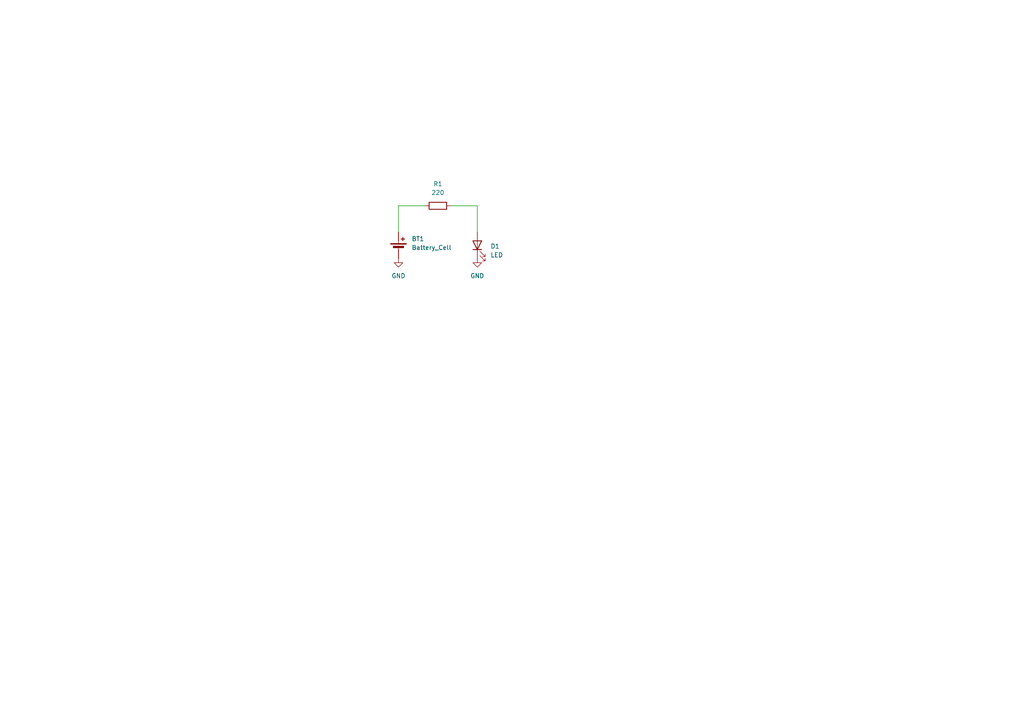
<source format=kicad_sch>
(kicad_sch (version 20250114) (generator "eeschema") (generator_version "9.0")
  (paper "A4")
  (lib_symbols
    (symbol "Device:Battery_Cell" (pin_numbers (hide yes)) (pin_names (offset 0) (hide yes))
      (property "Reference" "BT" (at 2.54 2.54 0))
      (property "Value" "Battery_Cell" (at 2.54 0 0))
      (symbol "Battery_Cell_0_1"
        (rectangle (start -2.286 1.778) (end 2.286 1.524) (fill (type outline)))
        (rectangle (start -1.524 1.016) (end 1.524 0.508) (fill (type outline)))
        (polyline (pts (xy 0 1.778) (xy 0 2.54)))
        (polyline (pts (xy 0 0.762) (xy 0 0)))
        (polyline (pts (xy 0.762 3.048) (xy 1.778 3.048)) (stroke (width 0.254)))
        (polyline (pts (xy 1.27 3.556) (xy 1.27 2.54)) (stroke (width 0.254)))
      )
      (symbol "Battery_Cell_1_1"
        (pin passive line (at 0 5.08 270) (length 2.54) (name "+") (number "1"))
        (pin passive line (at 0 -2.54 90) (length 2.54) (name "-") (number "2"))
      )
    )
    (symbol "Device:LED" (pin_numbers (hide yes)) (pin_names (offset 1.016) (hide yes))
      (property "Reference" "D" (at 0 2.54 0))
      (property "Value" "LED" (at 0 -2.54 0))
      (symbol "LED_0_1"
        (polyline (pts (xy -3.048 -0.762) (xy -4.572 -2.286) (xy -3.81 -2.286) (xy -4.572 -2.286) (xy -4.572 -1.524)))
        (polyline (pts (xy -1.778 -0.762) (xy -3.302 -2.286) (xy -2.54 -2.286) (xy -3.302 -2.286) (xy -3.302 -1.524)))
        (polyline (pts (xy -1.27 0) (xy 1.27 0)))
        (polyline (pts (xy -1.27 -1.27) (xy -1.27 1.27)) (stroke (width 0.254)))
        (polyline (pts (xy 1.27 -1.27) (xy 1.27 1.27) (xy -1.27 0) (xy 1.27 -1.27)) (stroke (width 0.254)))
      )
      (symbol "LED_1_1"
        (pin passive line (at -3.81 0 0) (length 2.54) (name "K") (number "1"))
        (pin passive line (at 3.81 0 180) (length 2.54) (name "A") (number "2"))
      )
    )
    (symbol "Device:R" (pin_numbers (hide yes)) (pin_names (offset 0))
      (property "Reference" "R" (at 2.032 0 90))
      (property "Value" "R" (at 0 0 90))
      (symbol "R_0_1"
        (rectangle (start -1.016 -2.54) (end 1.016 2.54) (stroke (width 0.254)))
      )
      (symbol "R_1_1"
        (pin passive line (at 0 3.81 270) (length 1.27) (name "~") (number "1"))
        (pin passive line (at 0 -3.81 90) (length 1.27) (name "~") (number "2"))
      )
    )
    (symbol "power:GND" (power) (pin_numbers (hide yes)) (pin_names (offset 0) (hide yes))
      (property "Value" "GND" (at 0 -3.81 0))
      (symbol "GND_0_1"
        (polyline (pts (xy 0 0) (xy 0 -1.27) (xy 1.27 -1.27) (xy 0 -2.54) (xy -1.27 -1.27) (xy 0 -1.27)))
      )
      (symbol "GND_1_1"
        (pin power_in line (at 0 0 270) (length 0) (name "~") (number "1"))
      )
    )
  )
  (wire (pts (xy 115.57 59.69) (xy 123.19 59.69)))
  (wire (pts (xy 115.57 67.31) (xy 115.57 59.69)))
  (wire (pts (xy 138.43 59.69) (xy 138.43 67.31)))
  (wire (pts (xy 130.81 59.69) (xy 138.43 59.69)))
  (symbol (lib_id "power:GND") (at 115.57 74.93 0) (unit 1)
    (property "Reference" "#PWR01" (effects (hide yes)))
    (property "Value" "GND" (at 115.57 80.01 0))
    (property "Description" "Power symbol creates a global label with name \"GND\" , ground" (effects (hide yes)))
  )
  (symbol (lib_id "power:GND") (at 138.43 74.93 0) (unit 1)
    (property "Reference" "#PWR02" (effects (hide yes)))
    (property "Value" "GND" (at 138.43 80.01 0))
    (property "Description" "Power symbol creates a global label with name \"GND\" , ground" (effects (hide yes)))
  )
  (symbol (lib_id "Device:Battery_Cell") (at 115.57 72.39 0) (unit 1)
    (property "Reference" "BT1" (at 119.38 69.2784 0) (effects (justify left)))
    (property "Value" "Battery_Cell" (at 119.38 71.8184 0) (effects (justify left)))
    (property "Footprint" "Battery:Battery_Panasonic_CR2032-HFN_Horizontal_CircularHoles" (effects (hide yes)))
    (property "Description" "Single-cell battery" (effects (hide yes)))
  )
  (symbol (lib_id "Device:LED") (at 138.43 71.12 90) (unit 1)
    (property "Reference" "D1" (at 142.24 71.4374 90) (effects (justify right)))
    (property "Value" "LED" (at 142.24 73.9774 90) (effects (justify right)))
    (property "Footprint" "LED_THT:LED_D5.0mm_Horizontal_O1.27mm_Z3.0mm" (effects (hide yes)))
    (property "Description" "Light emitting diode" (effects (hide yes)))
    (property "Sim.Pins" "1=K 2=A" (effects (hide yes)))
  )
  (symbol (lib_id "Device:R") (at 127 59.69 90) (unit 1)
    (property "Reference" "R1" (at 127 53.34 90))
    (property "Value" "220" (at 127 55.88 90))
    (property "Footprint" "Resistor_THT:R_Axial_DIN0309_L9.0mm_D3.2mm_P12.70mm_Horizontal" (effects (hide yes)))
    (property "Description" "Resistor" (effects (hide yes)))
  )
)
</source>
